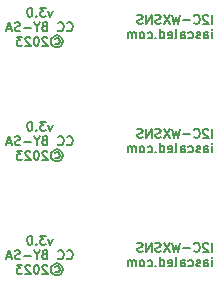
<source format=gbo>
G04 #@! TF.GenerationSoftware,KiCad,Pcbnew,6.0.2+dfsg-1*
G04 #@! TF.CreationDate,2023-06-21T21:46:00-06:00*
G04 #@! TF.ProjectId,i2c-wxsns-array,6932632d-7778-4736-9e73-2d6172726179,rev?*
G04 #@! TF.SameCoordinates,Original*
G04 #@! TF.FileFunction,Legend,Bot*
G04 #@! TF.FilePolarity,Positive*
%FSLAX46Y46*%
G04 Gerber Fmt 4.6, Leading zero omitted, Abs format (unit mm)*
G04 Created by KiCad (PCBNEW 6.0.2+dfsg-1) date 2023-06-21 21:46:00*
%MOMM*%
%LPD*%
G01*
G04 APERTURE LIST*
%ADD10C,0.150000*%
G04 APERTURE END LIST*
D10*
X59552071Y-45211304D02*
X59552071Y-44449304D01*
X59225500Y-44521875D02*
X59189214Y-44485590D01*
X59116642Y-44449304D01*
X58935214Y-44449304D01*
X58862642Y-44485590D01*
X58826357Y-44521875D01*
X58790071Y-44594447D01*
X58790071Y-44667018D01*
X58826357Y-44775875D01*
X59261785Y-45211304D01*
X58790071Y-45211304D01*
X58028071Y-45138732D02*
X58064357Y-45175018D01*
X58173214Y-45211304D01*
X58245785Y-45211304D01*
X58354642Y-45175018D01*
X58427214Y-45102447D01*
X58463500Y-45029875D01*
X58499785Y-44884732D01*
X58499785Y-44775875D01*
X58463500Y-44630732D01*
X58427214Y-44558161D01*
X58354642Y-44485590D01*
X58245785Y-44449304D01*
X58173214Y-44449304D01*
X58064357Y-44485590D01*
X58028071Y-44521875D01*
X57701500Y-44921018D02*
X57120928Y-44921018D01*
X56830642Y-44449304D02*
X56649214Y-45211304D01*
X56504071Y-44667018D01*
X56358928Y-45211304D01*
X56177500Y-44449304D01*
X55959785Y-44449304D02*
X55451785Y-45211304D01*
X55451785Y-44449304D02*
X55959785Y-45211304D01*
X55197785Y-45175018D02*
X55088928Y-45211304D01*
X54907500Y-45211304D01*
X54834928Y-45175018D01*
X54798642Y-45138732D01*
X54762357Y-45066161D01*
X54762357Y-44993590D01*
X54798642Y-44921018D01*
X54834928Y-44884732D01*
X54907500Y-44848447D01*
X55052642Y-44812161D01*
X55125214Y-44775875D01*
X55161500Y-44739590D01*
X55197785Y-44667018D01*
X55197785Y-44594447D01*
X55161500Y-44521875D01*
X55125214Y-44485590D01*
X55052642Y-44449304D01*
X54871214Y-44449304D01*
X54762357Y-44485590D01*
X54435785Y-45211304D02*
X54435785Y-44449304D01*
X54000357Y-45211304D01*
X54000357Y-44449304D01*
X53673785Y-45175018D02*
X53564928Y-45211304D01*
X53383500Y-45211304D01*
X53310928Y-45175018D01*
X53274642Y-45138732D01*
X53238357Y-45066161D01*
X53238357Y-44993590D01*
X53274642Y-44921018D01*
X53310928Y-44884732D01*
X53383500Y-44848447D01*
X53528642Y-44812161D01*
X53601214Y-44775875D01*
X53637500Y-44739590D01*
X53673785Y-44667018D01*
X53673785Y-44594447D01*
X53637500Y-44521875D01*
X53601214Y-44485590D01*
X53528642Y-44449304D01*
X53347214Y-44449304D01*
X53238357Y-44485590D01*
X59552071Y-46438124D02*
X59552071Y-45930124D01*
X59552071Y-45676124D02*
X59588357Y-45712410D01*
X59552071Y-45748695D01*
X59515785Y-45712410D01*
X59552071Y-45676124D01*
X59552071Y-45748695D01*
X58862642Y-46438124D02*
X58862642Y-46038981D01*
X58898928Y-45966410D01*
X58971500Y-45930124D01*
X59116642Y-45930124D01*
X59189214Y-45966410D01*
X58862642Y-46401838D02*
X58935214Y-46438124D01*
X59116642Y-46438124D01*
X59189214Y-46401838D01*
X59225500Y-46329267D01*
X59225500Y-46256695D01*
X59189214Y-46184124D01*
X59116642Y-46147838D01*
X58935214Y-46147838D01*
X58862642Y-46111552D01*
X58536071Y-46401838D02*
X58463500Y-46438124D01*
X58318357Y-46438124D01*
X58245785Y-46401838D01*
X58209500Y-46329267D01*
X58209500Y-46292981D01*
X58245785Y-46220410D01*
X58318357Y-46184124D01*
X58427214Y-46184124D01*
X58499785Y-46147838D01*
X58536071Y-46075267D01*
X58536071Y-46038981D01*
X58499785Y-45966410D01*
X58427214Y-45930124D01*
X58318357Y-45930124D01*
X58245785Y-45966410D01*
X57556357Y-46401838D02*
X57628928Y-46438124D01*
X57774071Y-46438124D01*
X57846642Y-46401838D01*
X57882928Y-46365552D01*
X57919214Y-46292981D01*
X57919214Y-46075267D01*
X57882928Y-46002695D01*
X57846642Y-45966410D01*
X57774071Y-45930124D01*
X57628928Y-45930124D01*
X57556357Y-45966410D01*
X56903214Y-46438124D02*
X56903214Y-46038981D01*
X56939500Y-45966410D01*
X57012071Y-45930124D01*
X57157214Y-45930124D01*
X57229785Y-45966410D01*
X56903214Y-46401838D02*
X56975785Y-46438124D01*
X57157214Y-46438124D01*
X57229785Y-46401838D01*
X57266071Y-46329267D01*
X57266071Y-46256695D01*
X57229785Y-46184124D01*
X57157214Y-46147838D01*
X56975785Y-46147838D01*
X56903214Y-46111552D01*
X56431500Y-46438124D02*
X56504071Y-46401838D01*
X56540357Y-46329267D01*
X56540357Y-45676124D01*
X55850928Y-46401838D02*
X55923500Y-46438124D01*
X56068642Y-46438124D01*
X56141214Y-46401838D01*
X56177500Y-46329267D01*
X56177500Y-46038981D01*
X56141214Y-45966410D01*
X56068642Y-45930124D01*
X55923500Y-45930124D01*
X55850928Y-45966410D01*
X55814642Y-46038981D01*
X55814642Y-46111552D01*
X56177500Y-46184124D01*
X55161500Y-46438124D02*
X55161500Y-45676124D01*
X55161500Y-46401838D02*
X55234071Y-46438124D01*
X55379214Y-46438124D01*
X55451785Y-46401838D01*
X55488071Y-46365552D01*
X55524357Y-46292981D01*
X55524357Y-46075267D01*
X55488071Y-46002695D01*
X55451785Y-45966410D01*
X55379214Y-45930124D01*
X55234071Y-45930124D01*
X55161500Y-45966410D01*
X54798642Y-46365552D02*
X54762357Y-46401838D01*
X54798642Y-46438124D01*
X54834928Y-46401838D01*
X54798642Y-46365552D01*
X54798642Y-46438124D01*
X54109214Y-46401838D02*
X54181785Y-46438124D01*
X54326928Y-46438124D01*
X54399500Y-46401838D01*
X54435785Y-46365552D01*
X54472071Y-46292981D01*
X54472071Y-46075267D01*
X54435785Y-46002695D01*
X54399500Y-45966410D01*
X54326928Y-45930124D01*
X54181785Y-45930124D01*
X54109214Y-45966410D01*
X53673785Y-46438124D02*
X53746357Y-46401838D01*
X53782642Y-46365552D01*
X53818928Y-46292981D01*
X53818928Y-46075267D01*
X53782642Y-46002695D01*
X53746357Y-45966410D01*
X53673785Y-45930124D01*
X53564928Y-45930124D01*
X53492357Y-45966410D01*
X53456071Y-46002695D01*
X53419785Y-46075267D01*
X53419785Y-46292981D01*
X53456071Y-46365552D01*
X53492357Y-46401838D01*
X53564928Y-46438124D01*
X53673785Y-46438124D01*
X53093214Y-46438124D02*
X53093214Y-45930124D01*
X53093214Y-46002695D02*
X53056928Y-45966410D01*
X52984357Y-45930124D01*
X52875500Y-45930124D01*
X52802928Y-45966410D01*
X52766642Y-46038981D01*
X52766642Y-46438124D01*
X52766642Y-46038981D02*
X52730357Y-45966410D01*
X52657785Y-45930124D01*
X52548928Y-45930124D01*
X52476357Y-45966410D01*
X52440071Y-46038981D01*
X52440071Y-46438124D01*
X59552071Y-35559304D02*
X59552071Y-34797304D01*
X59225500Y-34869875D02*
X59189214Y-34833590D01*
X59116642Y-34797304D01*
X58935214Y-34797304D01*
X58862642Y-34833590D01*
X58826357Y-34869875D01*
X58790071Y-34942447D01*
X58790071Y-35015018D01*
X58826357Y-35123875D01*
X59261785Y-35559304D01*
X58790071Y-35559304D01*
X58028071Y-35486732D02*
X58064357Y-35523018D01*
X58173214Y-35559304D01*
X58245785Y-35559304D01*
X58354642Y-35523018D01*
X58427214Y-35450447D01*
X58463500Y-35377875D01*
X58499785Y-35232732D01*
X58499785Y-35123875D01*
X58463500Y-34978732D01*
X58427214Y-34906161D01*
X58354642Y-34833590D01*
X58245785Y-34797304D01*
X58173214Y-34797304D01*
X58064357Y-34833590D01*
X58028071Y-34869875D01*
X57701500Y-35269018D02*
X57120928Y-35269018D01*
X56830642Y-34797304D02*
X56649214Y-35559304D01*
X56504071Y-35015018D01*
X56358928Y-35559304D01*
X56177500Y-34797304D01*
X55959785Y-34797304D02*
X55451785Y-35559304D01*
X55451785Y-34797304D02*
X55959785Y-35559304D01*
X55197785Y-35523018D02*
X55088928Y-35559304D01*
X54907500Y-35559304D01*
X54834928Y-35523018D01*
X54798642Y-35486732D01*
X54762357Y-35414161D01*
X54762357Y-35341590D01*
X54798642Y-35269018D01*
X54834928Y-35232732D01*
X54907500Y-35196447D01*
X55052642Y-35160161D01*
X55125214Y-35123875D01*
X55161500Y-35087590D01*
X55197785Y-35015018D01*
X55197785Y-34942447D01*
X55161500Y-34869875D01*
X55125214Y-34833590D01*
X55052642Y-34797304D01*
X54871214Y-34797304D01*
X54762357Y-34833590D01*
X54435785Y-35559304D02*
X54435785Y-34797304D01*
X54000357Y-35559304D01*
X54000357Y-34797304D01*
X53673785Y-35523018D02*
X53564928Y-35559304D01*
X53383500Y-35559304D01*
X53310928Y-35523018D01*
X53274642Y-35486732D01*
X53238357Y-35414161D01*
X53238357Y-35341590D01*
X53274642Y-35269018D01*
X53310928Y-35232732D01*
X53383500Y-35196447D01*
X53528642Y-35160161D01*
X53601214Y-35123875D01*
X53637500Y-35087590D01*
X53673785Y-35015018D01*
X53673785Y-34942447D01*
X53637500Y-34869875D01*
X53601214Y-34833590D01*
X53528642Y-34797304D01*
X53347214Y-34797304D01*
X53238357Y-34833590D01*
X59552071Y-36786124D02*
X59552071Y-36278124D01*
X59552071Y-36024124D02*
X59588357Y-36060410D01*
X59552071Y-36096695D01*
X59515785Y-36060410D01*
X59552071Y-36024124D01*
X59552071Y-36096695D01*
X58862642Y-36786124D02*
X58862642Y-36386981D01*
X58898928Y-36314410D01*
X58971500Y-36278124D01*
X59116642Y-36278124D01*
X59189214Y-36314410D01*
X58862642Y-36749838D02*
X58935214Y-36786124D01*
X59116642Y-36786124D01*
X59189214Y-36749838D01*
X59225500Y-36677267D01*
X59225500Y-36604695D01*
X59189214Y-36532124D01*
X59116642Y-36495838D01*
X58935214Y-36495838D01*
X58862642Y-36459552D01*
X58536071Y-36749838D02*
X58463500Y-36786124D01*
X58318357Y-36786124D01*
X58245785Y-36749838D01*
X58209500Y-36677267D01*
X58209500Y-36640981D01*
X58245785Y-36568410D01*
X58318357Y-36532124D01*
X58427214Y-36532124D01*
X58499785Y-36495838D01*
X58536071Y-36423267D01*
X58536071Y-36386981D01*
X58499785Y-36314410D01*
X58427214Y-36278124D01*
X58318357Y-36278124D01*
X58245785Y-36314410D01*
X57556357Y-36749838D02*
X57628928Y-36786124D01*
X57774071Y-36786124D01*
X57846642Y-36749838D01*
X57882928Y-36713552D01*
X57919214Y-36640981D01*
X57919214Y-36423267D01*
X57882928Y-36350695D01*
X57846642Y-36314410D01*
X57774071Y-36278124D01*
X57628928Y-36278124D01*
X57556357Y-36314410D01*
X56903214Y-36786124D02*
X56903214Y-36386981D01*
X56939500Y-36314410D01*
X57012071Y-36278124D01*
X57157214Y-36278124D01*
X57229785Y-36314410D01*
X56903214Y-36749838D02*
X56975785Y-36786124D01*
X57157214Y-36786124D01*
X57229785Y-36749838D01*
X57266071Y-36677267D01*
X57266071Y-36604695D01*
X57229785Y-36532124D01*
X57157214Y-36495838D01*
X56975785Y-36495838D01*
X56903214Y-36459552D01*
X56431500Y-36786124D02*
X56504071Y-36749838D01*
X56540357Y-36677267D01*
X56540357Y-36024124D01*
X55850928Y-36749838D02*
X55923500Y-36786124D01*
X56068642Y-36786124D01*
X56141214Y-36749838D01*
X56177500Y-36677267D01*
X56177500Y-36386981D01*
X56141214Y-36314410D01*
X56068642Y-36278124D01*
X55923500Y-36278124D01*
X55850928Y-36314410D01*
X55814642Y-36386981D01*
X55814642Y-36459552D01*
X56177500Y-36532124D01*
X55161500Y-36786124D02*
X55161500Y-36024124D01*
X55161500Y-36749838D02*
X55234071Y-36786124D01*
X55379214Y-36786124D01*
X55451785Y-36749838D01*
X55488071Y-36713552D01*
X55524357Y-36640981D01*
X55524357Y-36423267D01*
X55488071Y-36350695D01*
X55451785Y-36314410D01*
X55379214Y-36278124D01*
X55234071Y-36278124D01*
X55161500Y-36314410D01*
X54798642Y-36713552D02*
X54762357Y-36749838D01*
X54798642Y-36786124D01*
X54834928Y-36749838D01*
X54798642Y-36713552D01*
X54798642Y-36786124D01*
X54109214Y-36749838D02*
X54181785Y-36786124D01*
X54326928Y-36786124D01*
X54399500Y-36749838D01*
X54435785Y-36713552D01*
X54472071Y-36640981D01*
X54472071Y-36423267D01*
X54435785Y-36350695D01*
X54399500Y-36314410D01*
X54326928Y-36278124D01*
X54181785Y-36278124D01*
X54109214Y-36314410D01*
X53673785Y-36786124D02*
X53746357Y-36749838D01*
X53782642Y-36713552D01*
X53818928Y-36640981D01*
X53818928Y-36423267D01*
X53782642Y-36350695D01*
X53746357Y-36314410D01*
X53673785Y-36278124D01*
X53564928Y-36278124D01*
X53492357Y-36314410D01*
X53456071Y-36350695D01*
X53419785Y-36423267D01*
X53419785Y-36640981D01*
X53456071Y-36713552D01*
X53492357Y-36749838D01*
X53564928Y-36786124D01*
X53673785Y-36786124D01*
X53093214Y-36786124D02*
X53093214Y-36278124D01*
X53093214Y-36350695D02*
X53056928Y-36314410D01*
X52984357Y-36278124D01*
X52875500Y-36278124D01*
X52802928Y-36314410D01*
X52766642Y-36386981D01*
X52766642Y-36786124D01*
X52766642Y-36386981D02*
X52730357Y-36314410D01*
X52657785Y-36278124D01*
X52548928Y-36278124D01*
X52476357Y-36314410D01*
X52440071Y-36386981D01*
X52440071Y-36786124D01*
X59552071Y-25907304D02*
X59552071Y-25145304D01*
X59225500Y-25217875D02*
X59189214Y-25181590D01*
X59116642Y-25145304D01*
X58935214Y-25145304D01*
X58862642Y-25181590D01*
X58826357Y-25217875D01*
X58790071Y-25290447D01*
X58790071Y-25363018D01*
X58826357Y-25471875D01*
X59261785Y-25907304D01*
X58790071Y-25907304D01*
X58028071Y-25834732D02*
X58064357Y-25871018D01*
X58173214Y-25907304D01*
X58245785Y-25907304D01*
X58354642Y-25871018D01*
X58427214Y-25798447D01*
X58463500Y-25725875D01*
X58499785Y-25580732D01*
X58499785Y-25471875D01*
X58463500Y-25326732D01*
X58427214Y-25254161D01*
X58354642Y-25181590D01*
X58245785Y-25145304D01*
X58173214Y-25145304D01*
X58064357Y-25181590D01*
X58028071Y-25217875D01*
X57701500Y-25617018D02*
X57120928Y-25617018D01*
X56830642Y-25145304D02*
X56649214Y-25907304D01*
X56504071Y-25363018D01*
X56358928Y-25907304D01*
X56177500Y-25145304D01*
X55959785Y-25145304D02*
X55451785Y-25907304D01*
X55451785Y-25145304D02*
X55959785Y-25907304D01*
X55197785Y-25871018D02*
X55088928Y-25907304D01*
X54907500Y-25907304D01*
X54834928Y-25871018D01*
X54798642Y-25834732D01*
X54762357Y-25762161D01*
X54762357Y-25689590D01*
X54798642Y-25617018D01*
X54834928Y-25580732D01*
X54907500Y-25544447D01*
X55052642Y-25508161D01*
X55125214Y-25471875D01*
X55161500Y-25435590D01*
X55197785Y-25363018D01*
X55197785Y-25290447D01*
X55161500Y-25217875D01*
X55125214Y-25181590D01*
X55052642Y-25145304D01*
X54871214Y-25145304D01*
X54762357Y-25181590D01*
X54435785Y-25907304D02*
X54435785Y-25145304D01*
X54000357Y-25907304D01*
X54000357Y-25145304D01*
X53673785Y-25871018D02*
X53564928Y-25907304D01*
X53383500Y-25907304D01*
X53310928Y-25871018D01*
X53274642Y-25834732D01*
X53238357Y-25762161D01*
X53238357Y-25689590D01*
X53274642Y-25617018D01*
X53310928Y-25580732D01*
X53383500Y-25544447D01*
X53528642Y-25508161D01*
X53601214Y-25471875D01*
X53637500Y-25435590D01*
X53673785Y-25363018D01*
X53673785Y-25290447D01*
X53637500Y-25217875D01*
X53601214Y-25181590D01*
X53528642Y-25145304D01*
X53347214Y-25145304D01*
X53238357Y-25181590D01*
X59552071Y-27134124D02*
X59552071Y-26626124D01*
X59552071Y-26372124D02*
X59588357Y-26408410D01*
X59552071Y-26444695D01*
X59515785Y-26408410D01*
X59552071Y-26372124D01*
X59552071Y-26444695D01*
X58862642Y-27134124D02*
X58862642Y-26734981D01*
X58898928Y-26662410D01*
X58971500Y-26626124D01*
X59116642Y-26626124D01*
X59189214Y-26662410D01*
X58862642Y-27097838D02*
X58935214Y-27134124D01*
X59116642Y-27134124D01*
X59189214Y-27097838D01*
X59225500Y-27025267D01*
X59225500Y-26952695D01*
X59189214Y-26880124D01*
X59116642Y-26843838D01*
X58935214Y-26843838D01*
X58862642Y-26807552D01*
X58536071Y-27097838D02*
X58463500Y-27134124D01*
X58318357Y-27134124D01*
X58245785Y-27097838D01*
X58209500Y-27025267D01*
X58209500Y-26988981D01*
X58245785Y-26916410D01*
X58318357Y-26880124D01*
X58427214Y-26880124D01*
X58499785Y-26843838D01*
X58536071Y-26771267D01*
X58536071Y-26734981D01*
X58499785Y-26662410D01*
X58427214Y-26626124D01*
X58318357Y-26626124D01*
X58245785Y-26662410D01*
X57556357Y-27097838D02*
X57628928Y-27134124D01*
X57774071Y-27134124D01*
X57846642Y-27097838D01*
X57882928Y-27061552D01*
X57919214Y-26988981D01*
X57919214Y-26771267D01*
X57882928Y-26698695D01*
X57846642Y-26662410D01*
X57774071Y-26626124D01*
X57628928Y-26626124D01*
X57556357Y-26662410D01*
X56903214Y-27134124D02*
X56903214Y-26734981D01*
X56939500Y-26662410D01*
X57012071Y-26626124D01*
X57157214Y-26626124D01*
X57229785Y-26662410D01*
X56903214Y-27097838D02*
X56975785Y-27134124D01*
X57157214Y-27134124D01*
X57229785Y-27097838D01*
X57266071Y-27025267D01*
X57266071Y-26952695D01*
X57229785Y-26880124D01*
X57157214Y-26843838D01*
X56975785Y-26843838D01*
X56903214Y-26807552D01*
X56431500Y-27134124D02*
X56504071Y-27097838D01*
X56540357Y-27025267D01*
X56540357Y-26372124D01*
X55850928Y-27097838D02*
X55923500Y-27134124D01*
X56068642Y-27134124D01*
X56141214Y-27097838D01*
X56177500Y-27025267D01*
X56177500Y-26734981D01*
X56141214Y-26662410D01*
X56068642Y-26626124D01*
X55923500Y-26626124D01*
X55850928Y-26662410D01*
X55814642Y-26734981D01*
X55814642Y-26807552D01*
X56177500Y-26880124D01*
X55161500Y-27134124D02*
X55161500Y-26372124D01*
X55161500Y-27097838D02*
X55234071Y-27134124D01*
X55379214Y-27134124D01*
X55451785Y-27097838D01*
X55488071Y-27061552D01*
X55524357Y-26988981D01*
X55524357Y-26771267D01*
X55488071Y-26698695D01*
X55451785Y-26662410D01*
X55379214Y-26626124D01*
X55234071Y-26626124D01*
X55161500Y-26662410D01*
X54798642Y-27061552D02*
X54762357Y-27097838D01*
X54798642Y-27134124D01*
X54834928Y-27097838D01*
X54798642Y-27061552D01*
X54798642Y-27134124D01*
X54109214Y-27097838D02*
X54181785Y-27134124D01*
X54326928Y-27134124D01*
X54399500Y-27097838D01*
X54435785Y-27061552D01*
X54472071Y-26988981D01*
X54472071Y-26771267D01*
X54435785Y-26698695D01*
X54399500Y-26662410D01*
X54326928Y-26626124D01*
X54181785Y-26626124D01*
X54109214Y-26662410D01*
X53673785Y-27134124D02*
X53746357Y-27097838D01*
X53782642Y-27061552D01*
X53818928Y-26988981D01*
X53818928Y-26771267D01*
X53782642Y-26698695D01*
X53746357Y-26662410D01*
X53673785Y-26626124D01*
X53564928Y-26626124D01*
X53492357Y-26662410D01*
X53456071Y-26698695D01*
X53419785Y-26771267D01*
X53419785Y-26988981D01*
X53456071Y-27061552D01*
X53492357Y-27097838D01*
X53564928Y-27134124D01*
X53673785Y-27134124D01*
X53093214Y-27134124D02*
X53093214Y-26626124D01*
X53093214Y-26698695D02*
X53056928Y-26662410D01*
X52984357Y-26626124D01*
X52875500Y-26626124D01*
X52802928Y-26662410D01*
X52766642Y-26734981D01*
X52766642Y-27134124D01*
X52766642Y-26734981D02*
X52730357Y-26662410D01*
X52657785Y-26626124D01*
X52548928Y-26626124D01*
X52476357Y-26662410D01*
X52440071Y-26734981D01*
X52440071Y-27134124D01*
X46060571Y-24785894D02*
X45879142Y-25293894D01*
X45697714Y-24785894D01*
X45479999Y-24531894D02*
X45008285Y-24531894D01*
X45262285Y-24822180D01*
X45153428Y-24822180D01*
X45080857Y-24858465D01*
X45044571Y-24894751D01*
X45008285Y-24967322D01*
X45008285Y-25148751D01*
X45044571Y-25221322D01*
X45080857Y-25257608D01*
X45153428Y-25293894D01*
X45371142Y-25293894D01*
X45443714Y-25257608D01*
X45479999Y-25221322D01*
X44681714Y-25221322D02*
X44645428Y-25257608D01*
X44681714Y-25293894D01*
X44717999Y-25257608D01*
X44681714Y-25221322D01*
X44681714Y-25293894D01*
X44173714Y-24531894D02*
X44101142Y-24531894D01*
X44028571Y-24568180D01*
X43992285Y-24604465D01*
X43956000Y-24677037D01*
X43919714Y-24822180D01*
X43919714Y-25003608D01*
X43956000Y-25148751D01*
X43992285Y-25221322D01*
X44028571Y-25257608D01*
X44101142Y-25293894D01*
X44173714Y-25293894D01*
X44246285Y-25257608D01*
X44282571Y-25221322D01*
X44318857Y-25148751D01*
X44355142Y-25003608D01*
X44355142Y-24822180D01*
X44318857Y-24677037D01*
X44282571Y-24604465D01*
X44246285Y-24568180D01*
X44173714Y-24531894D01*
X47276142Y-26448142D02*
X47312428Y-26484428D01*
X47421285Y-26520714D01*
X47493857Y-26520714D01*
X47602714Y-26484428D01*
X47675285Y-26411857D01*
X47711571Y-26339285D01*
X47747857Y-26194142D01*
X47747857Y-26085285D01*
X47711571Y-25940142D01*
X47675285Y-25867571D01*
X47602714Y-25795000D01*
X47493857Y-25758714D01*
X47421285Y-25758714D01*
X47312428Y-25795000D01*
X47276142Y-25831285D01*
X46514142Y-26448142D02*
X46550428Y-26484428D01*
X46659285Y-26520714D01*
X46731857Y-26520714D01*
X46840714Y-26484428D01*
X46913285Y-26411857D01*
X46949571Y-26339285D01*
X46985857Y-26194142D01*
X46985857Y-26085285D01*
X46949571Y-25940142D01*
X46913285Y-25867571D01*
X46840714Y-25795000D01*
X46731857Y-25758714D01*
X46659285Y-25758714D01*
X46550428Y-25795000D01*
X46514142Y-25831285D01*
X45353000Y-26121571D02*
X45244142Y-26157857D01*
X45207857Y-26194142D01*
X45171571Y-26266714D01*
X45171571Y-26375571D01*
X45207857Y-26448142D01*
X45244142Y-26484428D01*
X45316714Y-26520714D01*
X45607000Y-26520714D01*
X45607000Y-25758714D01*
X45353000Y-25758714D01*
X45280428Y-25795000D01*
X45244142Y-25831285D01*
X45207857Y-25903857D01*
X45207857Y-25976428D01*
X45244142Y-26049000D01*
X45280428Y-26085285D01*
X45353000Y-26121571D01*
X45607000Y-26121571D01*
X44699857Y-26157857D02*
X44699857Y-26520714D01*
X44953857Y-25758714D02*
X44699857Y-26157857D01*
X44445857Y-25758714D01*
X44191857Y-26230428D02*
X43611285Y-26230428D01*
X43284714Y-26484428D02*
X43175857Y-26520714D01*
X42994428Y-26520714D01*
X42921857Y-26484428D01*
X42885571Y-26448142D01*
X42849285Y-26375571D01*
X42849285Y-26303000D01*
X42885571Y-26230428D01*
X42921857Y-26194142D01*
X42994428Y-26157857D01*
X43139571Y-26121571D01*
X43212142Y-26085285D01*
X43248428Y-26049000D01*
X43284714Y-25976428D01*
X43284714Y-25903857D01*
X43248428Y-25831285D01*
X43212142Y-25795000D01*
X43139571Y-25758714D01*
X42958142Y-25758714D01*
X42849285Y-25795000D01*
X42559000Y-26303000D02*
X42196142Y-26303000D01*
X42631571Y-26520714D02*
X42377571Y-25758714D01*
X42123571Y-26520714D01*
X46278285Y-27166962D02*
X46350857Y-27130677D01*
X46496000Y-27130677D01*
X46568571Y-27166962D01*
X46641142Y-27239534D01*
X46677428Y-27312105D01*
X46677428Y-27457248D01*
X46641142Y-27529820D01*
X46568571Y-27602391D01*
X46496000Y-27638677D01*
X46350857Y-27638677D01*
X46278285Y-27602391D01*
X46423428Y-26876677D02*
X46604857Y-26912962D01*
X46786285Y-27021820D01*
X46895142Y-27203248D01*
X46931428Y-27384677D01*
X46895142Y-27566105D01*
X46786285Y-27747534D01*
X46604857Y-27856391D01*
X46423428Y-27892677D01*
X46242000Y-27856391D01*
X46060571Y-27747534D01*
X45951714Y-27566105D01*
X45915428Y-27384677D01*
X45951714Y-27203248D01*
X46060571Y-27021820D01*
X46242000Y-26912962D01*
X46423428Y-26876677D01*
X45625142Y-27058105D02*
X45588857Y-27021820D01*
X45516285Y-26985534D01*
X45334857Y-26985534D01*
X45262285Y-27021820D01*
X45226000Y-27058105D01*
X45189714Y-27130677D01*
X45189714Y-27203248D01*
X45226000Y-27312105D01*
X45661428Y-27747534D01*
X45189714Y-27747534D01*
X44718000Y-26985534D02*
X44645428Y-26985534D01*
X44572857Y-27021820D01*
X44536571Y-27058105D01*
X44500285Y-27130677D01*
X44464000Y-27275820D01*
X44464000Y-27457248D01*
X44500285Y-27602391D01*
X44536571Y-27674962D01*
X44572857Y-27711248D01*
X44645428Y-27747534D01*
X44718000Y-27747534D01*
X44790571Y-27711248D01*
X44826857Y-27674962D01*
X44863142Y-27602391D01*
X44899428Y-27457248D01*
X44899428Y-27275820D01*
X44863142Y-27130677D01*
X44826857Y-27058105D01*
X44790571Y-27021820D01*
X44718000Y-26985534D01*
X44173714Y-27058105D02*
X44137428Y-27021820D01*
X44064857Y-26985534D01*
X43883428Y-26985534D01*
X43810857Y-27021820D01*
X43774571Y-27058105D01*
X43738285Y-27130677D01*
X43738285Y-27203248D01*
X43774571Y-27312105D01*
X44210000Y-27747534D01*
X43738285Y-27747534D01*
X43484285Y-26985534D02*
X43012571Y-26985534D01*
X43266571Y-27275820D01*
X43157714Y-27275820D01*
X43085142Y-27312105D01*
X43048857Y-27348391D01*
X43012571Y-27420962D01*
X43012571Y-27602391D01*
X43048857Y-27674962D01*
X43085142Y-27711248D01*
X43157714Y-27747534D01*
X43375428Y-27747534D01*
X43448000Y-27711248D01*
X43484285Y-27674962D01*
X46060571Y-34437894D02*
X45879142Y-34945894D01*
X45697714Y-34437894D01*
X45479999Y-34183894D02*
X45008285Y-34183894D01*
X45262285Y-34474180D01*
X45153428Y-34474180D01*
X45080857Y-34510465D01*
X45044571Y-34546751D01*
X45008285Y-34619322D01*
X45008285Y-34800751D01*
X45044571Y-34873322D01*
X45080857Y-34909608D01*
X45153428Y-34945894D01*
X45371142Y-34945894D01*
X45443714Y-34909608D01*
X45479999Y-34873322D01*
X44681714Y-34873322D02*
X44645428Y-34909608D01*
X44681714Y-34945894D01*
X44717999Y-34909608D01*
X44681714Y-34873322D01*
X44681714Y-34945894D01*
X44173714Y-34183894D02*
X44101142Y-34183894D01*
X44028571Y-34220180D01*
X43992285Y-34256465D01*
X43956000Y-34329037D01*
X43919714Y-34474180D01*
X43919714Y-34655608D01*
X43956000Y-34800751D01*
X43992285Y-34873322D01*
X44028571Y-34909608D01*
X44101142Y-34945894D01*
X44173714Y-34945894D01*
X44246285Y-34909608D01*
X44282571Y-34873322D01*
X44318857Y-34800751D01*
X44355142Y-34655608D01*
X44355142Y-34474180D01*
X44318857Y-34329037D01*
X44282571Y-34256465D01*
X44246285Y-34220180D01*
X44173714Y-34183894D01*
X47276142Y-36100142D02*
X47312428Y-36136428D01*
X47421285Y-36172714D01*
X47493857Y-36172714D01*
X47602714Y-36136428D01*
X47675285Y-36063857D01*
X47711571Y-35991285D01*
X47747857Y-35846142D01*
X47747857Y-35737285D01*
X47711571Y-35592142D01*
X47675285Y-35519571D01*
X47602714Y-35447000D01*
X47493857Y-35410714D01*
X47421285Y-35410714D01*
X47312428Y-35447000D01*
X47276142Y-35483285D01*
X46514142Y-36100142D02*
X46550428Y-36136428D01*
X46659285Y-36172714D01*
X46731857Y-36172714D01*
X46840714Y-36136428D01*
X46913285Y-36063857D01*
X46949571Y-35991285D01*
X46985857Y-35846142D01*
X46985857Y-35737285D01*
X46949571Y-35592142D01*
X46913285Y-35519571D01*
X46840714Y-35447000D01*
X46731857Y-35410714D01*
X46659285Y-35410714D01*
X46550428Y-35447000D01*
X46514142Y-35483285D01*
X45353000Y-35773571D02*
X45244142Y-35809857D01*
X45207857Y-35846142D01*
X45171571Y-35918714D01*
X45171571Y-36027571D01*
X45207857Y-36100142D01*
X45244142Y-36136428D01*
X45316714Y-36172714D01*
X45607000Y-36172714D01*
X45607000Y-35410714D01*
X45353000Y-35410714D01*
X45280428Y-35447000D01*
X45244142Y-35483285D01*
X45207857Y-35555857D01*
X45207857Y-35628428D01*
X45244142Y-35701000D01*
X45280428Y-35737285D01*
X45353000Y-35773571D01*
X45607000Y-35773571D01*
X44699857Y-35809857D02*
X44699857Y-36172714D01*
X44953857Y-35410714D02*
X44699857Y-35809857D01*
X44445857Y-35410714D01*
X44191857Y-35882428D02*
X43611285Y-35882428D01*
X43284714Y-36136428D02*
X43175857Y-36172714D01*
X42994428Y-36172714D01*
X42921857Y-36136428D01*
X42885571Y-36100142D01*
X42849285Y-36027571D01*
X42849285Y-35955000D01*
X42885571Y-35882428D01*
X42921857Y-35846142D01*
X42994428Y-35809857D01*
X43139571Y-35773571D01*
X43212142Y-35737285D01*
X43248428Y-35701000D01*
X43284714Y-35628428D01*
X43284714Y-35555857D01*
X43248428Y-35483285D01*
X43212142Y-35447000D01*
X43139571Y-35410714D01*
X42958142Y-35410714D01*
X42849285Y-35447000D01*
X42559000Y-35955000D02*
X42196142Y-35955000D01*
X42631571Y-36172714D02*
X42377571Y-35410714D01*
X42123571Y-36172714D01*
X46278285Y-36818962D02*
X46350857Y-36782677D01*
X46496000Y-36782677D01*
X46568571Y-36818962D01*
X46641142Y-36891534D01*
X46677428Y-36964105D01*
X46677428Y-37109248D01*
X46641142Y-37181820D01*
X46568571Y-37254391D01*
X46496000Y-37290677D01*
X46350857Y-37290677D01*
X46278285Y-37254391D01*
X46423428Y-36528677D02*
X46604857Y-36564962D01*
X46786285Y-36673820D01*
X46895142Y-36855248D01*
X46931428Y-37036677D01*
X46895142Y-37218105D01*
X46786285Y-37399534D01*
X46604857Y-37508391D01*
X46423428Y-37544677D01*
X46242000Y-37508391D01*
X46060571Y-37399534D01*
X45951714Y-37218105D01*
X45915428Y-37036677D01*
X45951714Y-36855248D01*
X46060571Y-36673820D01*
X46242000Y-36564962D01*
X46423428Y-36528677D01*
X45625142Y-36710105D02*
X45588857Y-36673820D01*
X45516285Y-36637534D01*
X45334857Y-36637534D01*
X45262285Y-36673820D01*
X45226000Y-36710105D01*
X45189714Y-36782677D01*
X45189714Y-36855248D01*
X45226000Y-36964105D01*
X45661428Y-37399534D01*
X45189714Y-37399534D01*
X44718000Y-36637534D02*
X44645428Y-36637534D01*
X44572857Y-36673820D01*
X44536571Y-36710105D01*
X44500285Y-36782677D01*
X44464000Y-36927820D01*
X44464000Y-37109248D01*
X44500285Y-37254391D01*
X44536571Y-37326962D01*
X44572857Y-37363248D01*
X44645428Y-37399534D01*
X44718000Y-37399534D01*
X44790571Y-37363248D01*
X44826857Y-37326962D01*
X44863142Y-37254391D01*
X44899428Y-37109248D01*
X44899428Y-36927820D01*
X44863142Y-36782677D01*
X44826857Y-36710105D01*
X44790571Y-36673820D01*
X44718000Y-36637534D01*
X44173714Y-36710105D02*
X44137428Y-36673820D01*
X44064857Y-36637534D01*
X43883428Y-36637534D01*
X43810857Y-36673820D01*
X43774571Y-36710105D01*
X43738285Y-36782677D01*
X43738285Y-36855248D01*
X43774571Y-36964105D01*
X44210000Y-37399534D01*
X43738285Y-37399534D01*
X43484285Y-36637534D02*
X43012571Y-36637534D01*
X43266571Y-36927820D01*
X43157714Y-36927820D01*
X43085142Y-36964105D01*
X43048857Y-37000391D01*
X43012571Y-37072962D01*
X43012571Y-37254391D01*
X43048857Y-37326962D01*
X43085142Y-37363248D01*
X43157714Y-37399534D01*
X43375428Y-37399534D01*
X43448000Y-37363248D01*
X43484285Y-37326962D01*
X46060571Y-44089894D02*
X45879142Y-44597894D01*
X45697714Y-44089894D01*
X45479999Y-43835894D02*
X45008285Y-43835894D01*
X45262285Y-44126180D01*
X45153428Y-44126180D01*
X45080857Y-44162465D01*
X45044571Y-44198751D01*
X45008285Y-44271322D01*
X45008285Y-44452751D01*
X45044571Y-44525322D01*
X45080857Y-44561608D01*
X45153428Y-44597894D01*
X45371142Y-44597894D01*
X45443714Y-44561608D01*
X45479999Y-44525322D01*
X44681714Y-44525322D02*
X44645428Y-44561608D01*
X44681714Y-44597894D01*
X44717999Y-44561608D01*
X44681714Y-44525322D01*
X44681714Y-44597894D01*
X44173714Y-43835894D02*
X44101142Y-43835894D01*
X44028571Y-43872180D01*
X43992285Y-43908465D01*
X43956000Y-43981037D01*
X43919714Y-44126180D01*
X43919714Y-44307608D01*
X43956000Y-44452751D01*
X43992285Y-44525322D01*
X44028571Y-44561608D01*
X44101142Y-44597894D01*
X44173714Y-44597894D01*
X44246285Y-44561608D01*
X44282571Y-44525322D01*
X44318857Y-44452751D01*
X44355142Y-44307608D01*
X44355142Y-44126180D01*
X44318857Y-43981037D01*
X44282571Y-43908465D01*
X44246285Y-43872180D01*
X44173714Y-43835894D01*
X47276142Y-45752142D02*
X47312428Y-45788428D01*
X47421285Y-45824714D01*
X47493857Y-45824714D01*
X47602714Y-45788428D01*
X47675285Y-45715857D01*
X47711571Y-45643285D01*
X47747857Y-45498142D01*
X47747857Y-45389285D01*
X47711571Y-45244142D01*
X47675285Y-45171571D01*
X47602714Y-45099000D01*
X47493857Y-45062714D01*
X47421285Y-45062714D01*
X47312428Y-45099000D01*
X47276142Y-45135285D01*
X46514142Y-45752142D02*
X46550428Y-45788428D01*
X46659285Y-45824714D01*
X46731857Y-45824714D01*
X46840714Y-45788428D01*
X46913285Y-45715857D01*
X46949571Y-45643285D01*
X46985857Y-45498142D01*
X46985857Y-45389285D01*
X46949571Y-45244142D01*
X46913285Y-45171571D01*
X46840714Y-45099000D01*
X46731857Y-45062714D01*
X46659285Y-45062714D01*
X46550428Y-45099000D01*
X46514142Y-45135285D01*
X45353000Y-45425571D02*
X45244142Y-45461857D01*
X45207857Y-45498142D01*
X45171571Y-45570714D01*
X45171571Y-45679571D01*
X45207857Y-45752142D01*
X45244142Y-45788428D01*
X45316714Y-45824714D01*
X45607000Y-45824714D01*
X45607000Y-45062714D01*
X45353000Y-45062714D01*
X45280428Y-45099000D01*
X45244142Y-45135285D01*
X45207857Y-45207857D01*
X45207857Y-45280428D01*
X45244142Y-45353000D01*
X45280428Y-45389285D01*
X45353000Y-45425571D01*
X45607000Y-45425571D01*
X44699857Y-45461857D02*
X44699857Y-45824714D01*
X44953857Y-45062714D02*
X44699857Y-45461857D01*
X44445857Y-45062714D01*
X44191857Y-45534428D02*
X43611285Y-45534428D01*
X43284714Y-45788428D02*
X43175857Y-45824714D01*
X42994428Y-45824714D01*
X42921857Y-45788428D01*
X42885571Y-45752142D01*
X42849285Y-45679571D01*
X42849285Y-45607000D01*
X42885571Y-45534428D01*
X42921857Y-45498142D01*
X42994428Y-45461857D01*
X43139571Y-45425571D01*
X43212142Y-45389285D01*
X43248428Y-45353000D01*
X43284714Y-45280428D01*
X43284714Y-45207857D01*
X43248428Y-45135285D01*
X43212142Y-45099000D01*
X43139571Y-45062714D01*
X42958142Y-45062714D01*
X42849285Y-45099000D01*
X42559000Y-45607000D02*
X42196142Y-45607000D01*
X42631571Y-45824714D02*
X42377571Y-45062714D01*
X42123571Y-45824714D01*
X46278285Y-46470962D02*
X46350857Y-46434677D01*
X46496000Y-46434677D01*
X46568571Y-46470962D01*
X46641142Y-46543534D01*
X46677428Y-46616105D01*
X46677428Y-46761248D01*
X46641142Y-46833820D01*
X46568571Y-46906391D01*
X46496000Y-46942677D01*
X46350857Y-46942677D01*
X46278285Y-46906391D01*
X46423428Y-46180677D02*
X46604857Y-46216962D01*
X46786285Y-46325820D01*
X46895142Y-46507248D01*
X46931428Y-46688677D01*
X46895142Y-46870105D01*
X46786285Y-47051534D01*
X46604857Y-47160391D01*
X46423428Y-47196677D01*
X46242000Y-47160391D01*
X46060571Y-47051534D01*
X45951714Y-46870105D01*
X45915428Y-46688677D01*
X45951714Y-46507248D01*
X46060571Y-46325820D01*
X46242000Y-46216962D01*
X46423428Y-46180677D01*
X45625142Y-46362105D02*
X45588857Y-46325820D01*
X45516285Y-46289534D01*
X45334857Y-46289534D01*
X45262285Y-46325820D01*
X45226000Y-46362105D01*
X45189714Y-46434677D01*
X45189714Y-46507248D01*
X45226000Y-46616105D01*
X45661428Y-47051534D01*
X45189714Y-47051534D01*
X44718000Y-46289534D02*
X44645428Y-46289534D01*
X44572857Y-46325820D01*
X44536571Y-46362105D01*
X44500285Y-46434677D01*
X44464000Y-46579820D01*
X44464000Y-46761248D01*
X44500285Y-46906391D01*
X44536571Y-46978962D01*
X44572857Y-47015248D01*
X44645428Y-47051534D01*
X44718000Y-47051534D01*
X44790571Y-47015248D01*
X44826857Y-46978962D01*
X44863142Y-46906391D01*
X44899428Y-46761248D01*
X44899428Y-46579820D01*
X44863142Y-46434677D01*
X44826857Y-46362105D01*
X44790571Y-46325820D01*
X44718000Y-46289534D01*
X44173714Y-46362105D02*
X44137428Y-46325820D01*
X44064857Y-46289534D01*
X43883428Y-46289534D01*
X43810857Y-46325820D01*
X43774571Y-46362105D01*
X43738285Y-46434677D01*
X43738285Y-46507248D01*
X43774571Y-46616105D01*
X44210000Y-47051534D01*
X43738285Y-47051534D01*
X43484285Y-46289534D02*
X43012571Y-46289534D01*
X43266571Y-46579820D01*
X43157714Y-46579820D01*
X43085142Y-46616105D01*
X43048857Y-46652391D01*
X43012571Y-46724962D01*
X43012571Y-46906391D01*
X43048857Y-46978962D01*
X43085142Y-47015248D01*
X43157714Y-47051534D01*
X43375428Y-47051534D01*
X43448000Y-47015248D01*
X43484285Y-46978962D01*
M02*

</source>
